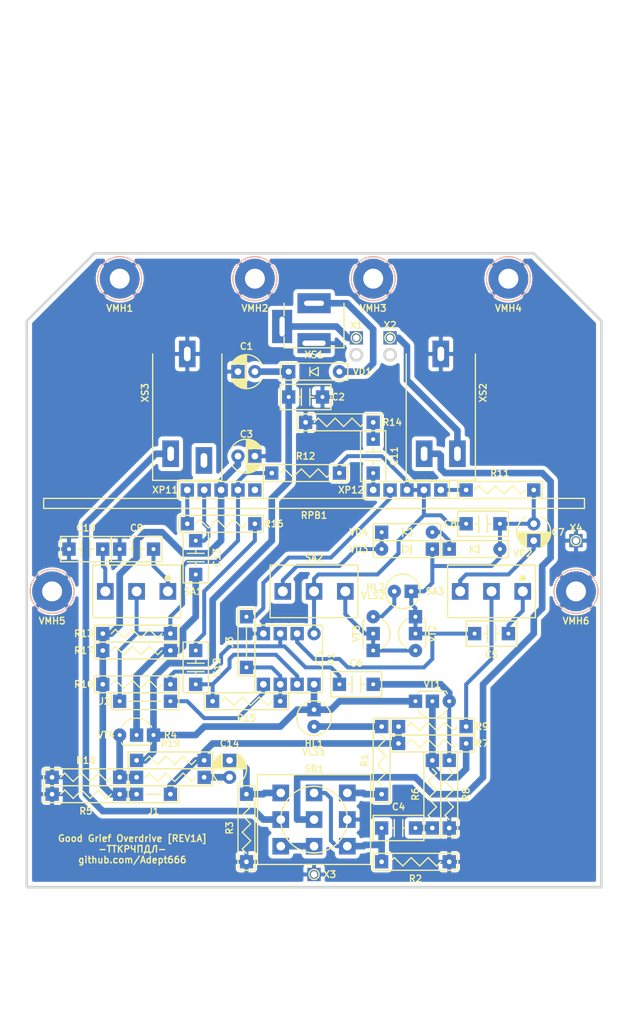
<source format=kicad_pcb>
(kicad_pcb (version 20171130) (host pcbnew 5.1.6-c6e7f7d~87~ubuntu19.10.1)
  (title_block (title "Good Grief Overdrive") (date 2021-06-23) (rev 1A) (company "Igor Ivanov") (comment 1 https://github.com/Adept666) (comment 2 "This project is licensed under GNU General Public License v3.0 or later"))
  (layers (0 F.Cu jumper) (31 B.Cu signal) (37 F.SilkS user) (38 B.Mask user) (44 Edge.Cuts user))
  (net 0 "")
  (net 1 COM)
  (net 2 "Net-(HL1-PadC)")
  (net 3 /LED)
  (net 4 "Net-(SB1-PadNC1)")
  (net 5 /IN-SCH)
  (net 6 /IN-CON)
  (net 7 /OUT-SCH)
  (net 8 /OUT-CON)
  (net 9 /PP3-POS)
  (net 10 /PP3-NEG)
  (net 11 V)
  (net 12 "Net-(XS3-PadTN)")
  (net 13 "Net-(VD1-PadA)")
  (net 14 "Net-(VD2-PadC)")
  (net 15 "Net-(HL2-PadC)")
  (net 16 "Net-(R6-Pad2)")
  (net 17 "Net-(R18-Pad2)")
  (net 18 "Net-(R16-Pad2)")
  (net 19 "Net-(C4-Pad2)")
  (net 20 "Net-(SA2-PadNO_2)")
  (net 21 "Net-(SA2-PadNO_1)")
  (net 22 "Net-(R9-Pad2)")
  (net 23 "Net-(R11-Pad2)")
  (net 24 "Net-(C5-Pad1)")
  (net 25 "Net-(C5-Pad2)")
  (net 26 "Net-(C6-Pad1)")
  (net 27 "Net-(C6-Pad2)")
  (net 28 "Net-(C7-Pad-)")
  (net 29 "Net-(C8-Pad2)")
  (net 30 "Net-(C9-Pad1)")
  (net 31 "Net-(C10-Pad1)")
  (net 32 "Net-(C11-Pad1)")
  (net 33 "Net-(C11-Pad2)")
  (net 34 "Net-(C12-Pad1)")
  (net 35 "Net-(C12-Pad2)")
  (net 36 "Net-(C13-Pad1)")
  (net 37 "Net-(C13-Pad2)")
  (net 38 "Net-(C14-Pad+)")
  (net 39 VREF)
  (net 40 /RP21)
  (net 41 /RP23)
  (module SBKCL:RPB-18-3x17 (layer F.Cu) (at 105.41 117.04)
    (fp_text reference RPB1 (at 0 15.04) (layer F.SilkS) (effects (font (thickness 0.2))))
    (fp_text value B100K-B5K-A500K)
    (fp_text user XP11 (at -20.32 11.23) (layer F.SilkS) (effects (font (thickness 0.2)) (justify right)))
    (fp_text user XP12 (at 7.62 11.23) (layer F.SilkS) (effects (font (thickness 0.2)) (justify right)))
    (pad 21 thru_hole rect (at -11.43 11.23) (size 2 2) (drill 1) (layers B.Cu B.Mask) (net 40 /RP21))
    (pad 13 thru_hole rect (at -19.05 11.23) (size 2 2) (drill 1) (layers B.Cu B.Mask) (net 18 "Net-(R16-Pad2)"))
    (pad 11 thru_hole rect (at -13.97 11.23) (size 2 2) (drill 1) (layers B.Cu B.Mask) (net 39 VREF))
    (pad 12 thru_hole rect (at -16.51 11.23) (size 2 2) (drill 1) (layers B.Cu B.Mask) (net 36 "Net-(C13-Pad1)"))
    (pad 22 thru_hole rect (at -8.89 11.23) (size 2 2) (drill 1) (layers B.Cu B.Mask) (net 32 "Net-(C11-Pad1)"))
    (pad 31 thru_hole rect (at 19.05 11.23) (size 2 2) (drill 1) (layers B.Cu B.Mask) (net 23 "Net-(R11-Pad2)"))
    (pad 32 thru_hole rect (at 16.51 11.23) (size 2 2) (drill 1) (layers B.Cu B.Mask) (net 29 "Net-(C8-Pad2)"))
    (pad 33 thru_hole rect (at 13.97 11.23) (size 2 2) (drill 1) (layers B.Cu B.Mask) (net 29 "Net-(C8-Pad2)"))
    (pad 23 thru_hole rect (at 11.43 11.23) (size 2 2) (drill 1) (layers B.Cu B.Mask) (net 41 /RP23))
    (pad 22 thru_hole rect (at 8.89 11.23) (size 2 2) (drill 1) (layers B.Cu B.Mask) (net 32 "Net-(C11-Pad1)"))
  )
  (module SBEL:1590BB_A1 (layer F.Cu) (at 105.41 148.59)
    (fp_text reference VE1 hide)
    (fp_text value 1590BB hide)
  )
  (module SBKCL:SW-MTS-103-A2-2.5 (layer F.Cu) (at 105.41 143.51 270)
    (fp_text reference SA2 (at -5.08 0) (layer F.SilkS) (effects (font (thickness 0.2))))
    (fp_text value MTS-103-A2)
    (pad NO_2 thru_hole rect (at 0 4.7 270) (size 2.5 2.5) (drill 1.5) (layers B.Cu B.Mask) (net 20 "Net-(SA2-PadNO_2)"))
    (pad COM thru_hole rect (at 0 0 270) (size 2.5 2.5) (drill 1.5) (layers B.Cu B.Mask) (net 29 "Net-(C8-Pad2)"))
    (pad NO_1 thru_hole rect (at 0 -4.7 270) (size 2.5 2.5) (drill 1.5) (layers B.Cu B.Mask) (net 21 "Net-(SA2-PadNO_1)"))
  )
  (module KCL:P-DIP-08 (layer F.Cu) (at 101.6 153.67 270)
    (fp_text reference D1 (at 0 -6.35 90) (layer F.SilkS) (effects (font (thickness 0.2))))
    (fp_text value 833)
    (pad 1 thru_hole circle (at -3.81 -3.81 270) (size 2 2) (drill 1) (layers *.Cu *.Mask) (net 29 "Net-(C8-Pad2)"))
    (pad 2 thru_hole rect (at -3.81 -1.27 270) (size 2 2) (drill 1) (layers *.Cu *.Mask) (net 24 "Net-(C5-Pad1)"))
    (pad 3 thru_hole rect (at -3.81 1.27 270) (size 2 2) (drill 1) (layers *.Cu *.Mask) (net 27 "Net-(C6-Pad2)"))
    (pad 4 thru_hole rect (at -3.81 3.81 270) (size 2 2) (drill 1) (layers *.Cu *.Mask) (net 1 COM))
    (pad 5 thru_hole rect (at 3.81 3.81 270) (size 2 2) (drill 1) (layers *.Cu *.Mask) (net 40 /RP21))
    (pad 6 thru_hole rect (at 3.81 1.27 270) (size 2 2) (drill 1) (layers *.Cu *.Mask) (net 41 /RP23))
    (pad 7 thru_hole rect (at 3.81 -1.27 270) (size 2 2) (drill 1) (layers *.Cu *.Mask) (net 34 "Net-(C12-Pad1)"))
    (pad 8 thru_hole rect (at 3.81 -3.81 270) (size 2 2) (drill 1) (layers *.Cu *.Mask) (net 11 V))
  )
  (module KCL:R-MFR-25 (layer F.Cu) (at 95.25 179.07 90)
    (fp_text reference R3 (at 0 -2.54 90) (layer F.SilkS) (effects (font (thickness 0.2))))
    (fp_text value 103)
    (pad 1 thru_hole rect (at -5.08 0 90) (size 2 2) (drill 0.7) (layers *.Cu *.Mask) (net 1 COM))
    (pad 2 thru_hole rect (at 5.08 0 90) (size 2 2) (drill 0.7) (layers *.Cu *.Mask) (net 7 /OUT-SCH))
  )
  (module KCL:R-MFR-25 (layer F.Cu) (at 120.65 184.15 180)
    (fp_text reference R2 (at 0 -2.54) (layer F.SilkS) (effects (font (thickness 0.2))))
    (fp_text value 105)
    (pad 1 thru_hole rect (at -5.08 0 180) (size 2 2) (drill 0.7) (layers *.Cu *.Mask) (net 1 COM))
    (pad 2 thru_hole rect (at 5.08 0 180) (size 2 2) (drill 0.7) (layers *.Cu *.Mask) (net 5 /IN-SCH))
  )
  (module KCL:R-MFR-25 (layer F.Cu) (at 115.57 168.91 90)
    (fp_text reference R1 (at 0 -2.54 90) (layer F.SilkS) (effects (font (thickness 0.2))))
    (fp_text value 103)
    (pad 1 thru_hole rect (at -5.08 0 90) (size 2 2) (drill 0.7) (layers *.Cu *.Mask) (net 3 /LED))
    (pad 2 thru_hole rect (at 5.08 0 90) (size 2 2) (drill 0.7) (layers *.Cu *.Mask) (net 2 "Net-(HL1-PadC)"))
  )
  (module KCL:CON-ST-008X-05 (layer F.Cu) (at 86.36 100.33 180)
    (fp_text reference XS3 (at 6.35 -13.335 270) (layer F.SilkS) (effects (font (thickness 0.2))))
    (fp_text value ST-008S-05)
    (pad S thru_hole rect (at 0 -7.5 180) (size 2.5 4) (drill oval 1 2.2) (layers B.Cu B.Mask) (net 1 COM))
    (pad T thru_hole rect (at 2.5 -22.5 180) (size 2.5 4) (drill oval 1 2.2) (layers B.Cu B.Mask) (net 8 /OUT-CON))
    (pad TN thru_hole rect (at -2.5 -23.5 180) (size 2.5 4) (drill oval 1 2.2) (layers B.Cu B.Mask) (net 12 "Net-(XS3-PadTN)"))
  )
  (module KCL:VLS-BR (layer F.Cu) (at 118.745 143.51)
    (fp_text reference VLS2 (at -2.54 0.635) (layer F.SilkS) (effects (font (thickness 0.2)) (justify right)))
    (fp_text value BR-12.7)
  )
  (module KCL:LED-ROUND-05.0-UNI-SH-SPACER (layer F.Cu) (at 118.745 143.51)
    (fp_text reference HL2 (at -2.54 -0.635) (layer F.SilkS) (effects (font (thickness 0.2)) (justify right)))
    (fp_text value FYL-5013URC)
    (pad C thru_hole circle (at -1.27 0) (size 2 2) (drill 0.7) (layers B.Cu B.Mask) (net 15 "Net-(HL2-PadC)"))
    (pad A thru_hole rect (at 1.27 0) (size 2 2) (drill 0.7) (layers B.Cu B.Mask) (net 24 "Net-(C5-Pad1)"))
  )
  (module SBKCL:SW-MTS-102-A2-2.5 (layer F.Cu) (at 132.08 143.51 270)
    (fp_text reference SA3 (at 0 6.985) (layer F.SilkS) (effects (font (thickness 0.2)) (justify right)))
    (fp_text value MTS-102-A2)
    (pad NO thru_hole rect (at 0 4.7 270) (size 2.5 2.5) (drill 1.5) (layers B.Cu B.Mask) (net 28 "Net-(C7-Pad-)"))
    (pad COM thru_hole rect (at 0 0 270) (size 2.5 2.5) (drill 1.5) (layers B.Cu B.Mask) (net 22 "Net-(R9-Pad2)"))
    (pad NC thru_hole rect (at 0 -4.7 270) (size 2.5 2.5) (drill 1.5) (layers B.Cu B.Mask) (net 25 "Net-(C5-Pad2)"))
  )
  (module SBKCL:SW-MTS-102-A2-2.5 (layer F.Cu) (at 78.74 143.51 270)
    (fp_text reference SA1 (at 0 -6.985) (layer F.SilkS) (effects (font (thickness 0.2)) (justify left)))
    (fp_text value MTS-102-A2)
    (pad NO thru_hole rect (at 0 4.7 270) (size 2.5 2.5) (drill 1.5) (layers B.Cu B.Mask) (net 31 "Net-(C10-Pad1)"))
    (pad COM thru_hole rect (at 0 0 270) (size 2.5 2.5) (drill 1.5) (layers B.Cu B.Mask) (net 40 /RP21))
    (pad NC thru_hole rect (at 0 -4.7 270) (size 2.5 2.5) (drill 1.5) (layers B.Cu B.Mask) (net 30 "Net-(C9-Pad1)"))
  )
  (module KCL:J-TH-d0.5-P07.62 (layer F.Cu) (at 80.01 160.02)
    (fp_text reference J2 (at -5.08 0) (layer F.SilkS) (effects (font (thickness 0.2)) (justify right)))
    (fp_text value 0.5)
    (pad J thru_hole rect (at -3.81 0) (size 2 2) (drill 0.6) (layers *.Cu *.Mask) (net 40 /RP21))
    (pad J thru_hole rect (at 3.81 0) (size 2 2) (drill 0.6) (layers *.Cu *.Mask) (net 40 /RP21))
  )
  (module KCL:VMH-STA-DA5 (layer F.Cu) (at 144.78 143.51)
    (fp_text reference VMH6 (at 0 4.445) (layer F.SilkS) (effects (font (thickness 0.2))))
    (fp_text value DI5M3x18)
    (pad 0 thru_hole circle (at 0 0) (size 6 6) (drill 3) (layers *.Cu *.Mask) (net 1 COM))
  )
  (module KCL:VMH-STA-DA5 (layer F.Cu) (at 66.04 143.51)
    (fp_text reference VMH5 (at 0 4.445) (layer F.SilkS) (effects (font (thickness 0.2))))
    (fp_text value DI5M3x18)
    (pad 0 thru_hole circle (at 0 0) (size 6 6) (drill 3) (layers *.Cu *.Mask) (net 1 COM))
  )
  (module KCL:VMH-STA-DA5 (layer F.Cu) (at 134.62 96.52)
    (fp_text reference VMH4 (at 0 4.445) (layer F.SilkS) (effects (font (thickness 0.2))))
    (fp_text value DI5M3x18)
    (pad 0 thru_hole circle (at 0 0) (size 6 6) (drill 3) (layers *.Cu *.Mask) (net 1 COM))
  )
  (module KCL:VMH-STA-DA5 (layer F.Cu) (at 114.3 96.52)
    (fp_text reference VMH3 (at 0 4.445) (layer F.SilkS) (effects (font (thickness 0.2))))
    (fp_text value DI5M3x18)
    (pad 0 thru_hole circle (at 0 0) (size 6 6) (drill 3) (layers *.Cu *.Mask) (net 1 COM))
  )
  (module KCL:VMH-STA-DA5 (layer F.Cu) (at 96.52 96.52)
    (fp_text reference VMH2 (at 0 4.445) (layer F.SilkS) (effects (font (thickness 0.2))))
    (fp_text value DI5M3x18)
    (pad 0 thru_hole circle (at 0 0) (size 6 6) (drill 3) (layers *.Cu *.Mask) (net 1 COM))
  )
  (module KCL:VMH-STA-DA5 (layer F.Cu) (at 76.2 96.52)
    (fp_text reference VMH1 (at 0 4.445) (layer F.SilkS) (effects (font (thickness 0.2))))
    (fp_text value DI5M3x18)
    (pad 0 thru_hole circle (at 0 0) (size 6 6) (drill 3) (layers *.Cu *.Mask) (net 1 COM))
  )
  (module KCL:R-MFR-25 (layer F.Cu) (at 91.44 133.35 180)
    (fp_text reference R16 (at -6.35 0) (layer F.SilkS) (effects (font (thickness 0.2)) (justify left)))
    (fp_text value 102)
    (pad 1 thru_hole rect (at -5.08 0 180) (size 2 2) (drill 0.7) (layers *.Cu *.Mask) (net 35 "Net-(C12-Pad2)"))
    (pad 2 thru_hole rect (at 5.08 0 180) (size 2 2) (drill 0.7) (layers *.Cu *.Mask) (net 18 "Net-(R16-Pad2)"))
  )
  (module KCL:CON-ST-008X-04 (layer F.Cu) (at 124.46 100.33 180)
    (fp_text reference XS2 (at -6.35 -13.335 270) (layer F.SilkS) (effects (font (thickness 0.2))))
    (fp_text value ST-008S-04)
    (pad S thru_hole rect (at 0 -7.5 180) (size 2.5 4) (drill oval 1 2.2) (layers B.Cu B.Mask) (net 1 COM))
    (pad T thru_hole rect (at 2.5 -22.5 180) (size 2.5 4) (drill oval 1 2.2) (layers B.Cu B.Mask) (net 6 /IN-CON))
    (pad R thru_hole rect (at -2.5 -22.5 180) (size 2.5 4) (drill oval 1 2.2) (layers B.Cu B.Mask) (net 10 /PP3-NEG))
  )
  (module KCL:CON-PAD-S-1.0-2.0 (layer F.Cu) (at 144.78 135.89)
    (fp_text reference X4 (at 0 -1.905) (layer F.SilkS) (effects (font (thickness 0.2))))
    (fp_text value COM)
    (pad 1 thru_hole rect (at 0 0) (size 2 2) (drill 1) (layers B.Cu B.Mask) (net 1 COM))
  )
  (module KCL:J-TH-d0.5-P07.62 (layer F.Cu) (at 95.25 151.13 90)
    (fp_text reference J3 (at 0 -2.54 90) (layer F.SilkS) (effects (font (thickness 0.2))))
    (fp_text value 0.5)
    (pad J thru_hole rect (at -3.81 0 90) (size 2 2) (drill 0.6) (layers *.Cu *.Mask) (net 41 /RP23))
    (pad J thru_hole rect (at 3.81 0 90) (size 2 2) (drill 0.6) (layers *.Cu *.Mask) (net 41 /RP23))
  )
  (module KCL:J-TH-d0.6-P05.08 (layer F.Cu) (at 81.28 173.99)
    (fp_text reference J1 (at 0 2.54) (layer F.SilkS) (effects (font (thickness 0.2))))
    (fp_text value 0.6)
    (pad J thru_hole rect (at -2.54 0) (size 2 2) (drill 0.7) (layers *.Cu *.Mask) (net 39 VREF))
    (pad J thru_hole rect (at 2.54 0) (size 2 2) (drill 0.7) (layers *.Cu *.Mask) (net 39 VREF))
  )
  (module KCL:R-MFR-25 (layer F.Cu) (at 78.74 149.86 180)
    (fp_text reference R13 (at 6.35 0) (layer F.SilkS) (effects (font (thickness 0.2)) (justify right)))
    (fp_text value 103)
    (pad 1 thru_hole rect (at -5.08 0 180) (size 2 2) (drill 0.7) (layers *.Cu *.Mask) (net 40 /RP21))
    (pad 2 thru_hole rect (at 5.08 0 180) (size 2 2) (drill 0.7) (layers *.Cu *.Mask) (net 39 VREF))
  )
  (module KCL:R-MFR-25 (layer F.Cu) (at 95.25 160.02 180)
    (fp_text reference R15 (at 0 -2.54) (layer F.SilkS) (effects (font (thickness 0.2))))
    (fp_text value 102)
    (pad 1 thru_hole rect (at -5.08 0 180) (size 2 2) (drill 0.7) (layers *.Cu *.Mask) (net 41 /RP23))
    (pad 2 thru_hole rect (at 5.08 0 180) (size 2 2) (drill 0.7) (layers *.Cu *.Mask) (net 34 "Net-(C12-Pad1)"))
  )
  (module KCL:SW-PBS-24-302SP-small (layer F.Cu) (at 105.41 177.8)
    (fp_text reference SB1 (at 0 -7.62) (layer F.SilkS) (effects (font (thickness 0.2))))
    (fp_text value PBS-24-302SP)
    (pad COM3 thru_hole rect (at 5 0) (size 2.5 2.5) (drill 1.3) (layers B.Cu B.Mask) (net 1 COM))
    (pad NC3 thru_hole rect (at 5 4) (size 2.5 2.5) (drill 1.3) (layers B.Cu B.Mask) (net 5 /IN-SCH))
    (pad NO3 thru_hole rect (at 5 -4) (size 2.5 2.5) (drill 1.3) (layers B.Cu B.Mask) (net 3 /LED))
    (pad COM2 thru_hole rect (at 0 0) (size 2.5 2.5) (drill 1.3) (layers B.Cu B.Mask) (net 6 /IN-CON))
    (pad NC2 thru_hole rect (at 0 4) (size 2.5 2.5) (drill 1.3) (layers B.Cu B.Mask) (net 4 "Net-(SB1-PadNC1)"))
    (pad NO2 thru_hole rect (at 0 -4) (size 2.5 2.5) (drill 1.3) (layers B.Cu B.Mask) (net 5 /IN-SCH))
    (pad NO1 thru_hole rect (at -5 -4) (size 2.5 2.5) (drill 1.3) (layers B.Cu B.Mask) (net 7 /OUT-SCH))
    (pad COM1 thru_hole rect (at -5 0) (size 2.5 2.5) (drill 1.3) (layers B.Cu B.Mask) (net 8 /OUT-CON))
    (pad NC1 thru_hole rect (at -5 4) (size 2.5 2.5) (drill 1.3) (layers B.Cu B.Mask) (net 4 "Net-(SB1-PadNC1)"))
  )
  (module KCL:R-MFR-25 (layer F.Cu) (at 109.22 118.11)
    (fp_text reference R14 (at 6.35 0) (layer F.SilkS) (effects (font (thickness 0.2)) (justify left)))
    (fp_text value 331)
    (pad 1 thru_hole rect (at -5.08 0) (size 2 2) (drill 0.7) (layers *.Cu *.Mask) (net 1 COM))
    (pad 2 thru_hole rect (at 5.08 0) (size 2 2) (drill 0.7) (layers *.Cu *.Mask) (net 33 "Net-(C11-Pad2)"))
  )
  (module KCL:CP-RADIAL-D05.0-P02.0-CLS (layer F.Cu) (at 95.25 123.19)
    (fp_text reference C3 (at 0 -3.302) (layer F.SilkS) (effects (font (thickness 0.2))))
    (fp_text value 476)
    (pad + thru_hole circle (at -1.27 0) (size 2 2) (drill 1) (layers B.Cu B.Mask) (net 39 VREF))
    (pad - thru_hole rect (at 1.27 0) (size 2 2) (drill 1) (layers B.Cu B.Mask) (net 1 COM))
  )
  (module KCL:R-MFR-25 (layer F.Cu) (at 83.82 171.45)
    (fp_text reference R19 (at 0 -5.08) (layer F.SilkS) (effects (font (thickness 0.2))))
    (fp_text value 101)
    (pad 1 thru_hole rect (at -5.08 0) (size 2 2) (drill 0.7) (layers *.Cu *.Mask) (net 17 "Net-(R18-Pad2)"))
    (pad 2 thru_hole rect (at 5.08 0) (size 2 2) (drill 0.7) (layers *.Cu *.Mask) (net 38 "Net-(C14-Pad+)"))
  )
  (module KCL:R-MFR-25 (layer F.Cu) (at 123.19 163.83)
    (fp_text reference R9 (at 6.35 0) (layer F.SilkS) (effects (font (thickness 0.2)) (justify left)))
    (fp_text value 102)
    (pad 1 thru_hole rect (at -5.08 0) (size 2 2) (drill 0.7) (layers *.Cu *.Mask) (net 39 VREF))
    (pad 2 thru_hole rect (at 5.08 0) (size 2 2) (drill 0.7) (layers *.Cu *.Mask) (net 22 "Net-(R9-Pad2)"))
  )
  (module KCL:R-MFR-25 (layer F.Cu) (at 133.35 128.27 180)
    (fp_text reference R11 (at 0 2.54) (layer F.SilkS) (effects (font (thickness 0.2))))
    (fp_text value 223)
    (pad 1 thru_hole rect (at -5.08 0 180) (size 2 2) (drill 0.7) (layers *.Cu *.Mask) (net 24 "Net-(C5-Pad1)"))
    (pad 2 thru_hole rect (at 5.08 0 180) (size 2 2) (drill 0.7) (layers *.Cu *.Mask) (net 23 "Net-(R11-Pad2)"))
  )
  (module KCL:C-DISK-D04.2-T03.0-P05.08-d0.5 (layer F.Cu) (at 114.3 123.19 90)
    (fp_text reference C11 (at 0 3.175 90) (layer F.SilkS) (effects (font (thickness 0.2))))
    (fp_text value 334)
    (pad 1 thru_hole rect (at -2.54 0 90) (size 2 2) (drill 0.6) (layers *.Cu *.Mask) (net 32 "Net-(C11-Pad1)"))
    (pad 2 thru_hole rect (at 2.54 0 90) (size 2 2) (drill 0.6) (layers *.Cu *.Mask) (net 33 "Net-(C11-Pad2)"))
  )
  (module KCL:C-DISK-D04.2-T03.0-P05.08-d0.5 (layer F.Cu) (at 132.08 149.86)
    (fp_text reference C5 (at 0 3.175) (layer F.SilkS) (effects (font (thickness 0.2))))
    (fp_text value 224)
    (pad 1 thru_hole rect (at -2.54 0) (size 2 2) (drill 0.6) (layers *.Cu *.Mask) (net 24 "Net-(C5-Pad1)"))
    (pad 2 thru_hole rect (at 2.54 0) (size 2 2) (drill 0.6) (layers *.Cu *.Mask) (net 25 "Net-(C5-Pad2)"))
  )
  (module KCL:P-TO-92-S-G-D (layer F.Cu) (at 120.65 149.86 90)
    (fp_text reference VT2 (at 0 2.54 90) (layer F.SilkS) (effects (font (thickness 0.2))))
    (fp_text value 7000)
    (pad D thru_hole rect (at 2.54 0 90) (size 2 2) (drill 0.6) (layers *.Cu *.Mask) (net 24 "Net-(C5-Pad1)"))
    (pad G thru_hole rect (at 0 0 90) (size 2 2) (drill 0.6) (layers *.Cu *.Mask) (net 24 "Net-(C5-Pad1)"))
    (pad S thru_hole circle (at -2.54 0 90) (size 2 2) (drill 0.6) (layers *.Cu *.Mask) (net 21 "Net-(SA2-PadNO_1)"))
  )
  (module KCL:P-TO-92-S-G-D (layer F.Cu) (at 114.3 149.86 270)
    (fp_text reference VT3 (at 0 2.54 90) (layer F.SilkS) (effects (font (thickness 0.2))))
    (fp_text value 7000)
    (pad D thru_hole rect (at 2.54 0 270) (size 2 2) (drill 0.6) (layers *.Cu *.Mask) (net 21 "Net-(SA2-PadNO_1)"))
    (pad G thru_hole rect (at 0 0 270) (size 2 2) (drill 0.6) (layers *.Cu *.Mask) (net 21 "Net-(SA2-PadNO_1)"))
    (pad S thru_hole circle (at -2.54 0 270) (size 2 2) (drill 0.6) (layers *.Cu *.Mask) (net 15 "Net-(HL2-PadC)"))
  )
  (module KCL:P-TO-92-E-B-C (layer F.Cu) (at 78.74 165.1)
    (fp_text reference VT4 (at -3.175 0) (layer F.SilkS) (effects (font (thickness 0.2)) (justify right)))
    (fp_text value MPSA18)
    (pad C thru_hole rect (at 2.54 0) (size 2 2) (drill 0.6) (layers *.Cu *.Mask) (net 11 V))
    (pad B thru_hole rect (at 0 0) (size 2 2) (drill 0.6) (layers *.Cu *.Mask) (net 37 "Net-(C13-Pad2)"))
    (pad E thru_hole circle (at -2.54 0) (size 2 2) (drill 0.6) (layers *.Cu *.Mask) (net 17 "Net-(R18-Pad2)"))
  )
  (module KCL:P-TO-92-E-B-C (layer F.Cu) (at 123.19 160.02 180)
    (fp_text reference VT1 (at 0 2.54) (layer F.SilkS) (effects (font (thickness 0.2))))
    (fp_text value MPSA18)
    (pad C thru_hole rect (at 2.54 0 180) (size 2 2) (drill 0.6) (layers *.Cu *.Mask) (net 11 V))
    (pad B thru_hole rect (at 0 0 180) (size 2 2) (drill 0.6) (layers *.Cu *.Mask) (net 16 "Net-(R6-Pad2)"))
    (pad E thru_hole circle (at -2.54 0 180) (size 2 2) (drill 0.6) (layers *.Cu *.Mask) (net 26 "Net-(C6-Pad1)"))
  )
  (module KCL:P-DO-35 (layer F.Cu) (at 129.54 137.16 180)
    (fp_text reference VD2 (at -5.715 -0.635) (layer F.SilkS) (effects (font (thickness 0.2)) (justify left)))
    (fp_text value 4148)
    (pad A thru_hole circle (at -3.81 0 180) (size 2 2) (drill 0.6) (layers *.Cu *.Mask) (net 24 "Net-(C5-Pad1)"))
    (pad C thru_hole rect (at 3.81 0 180) (size 2 2) (drill 0.6) (layers *.Cu *.Mask) (net 14 "Net-(VD2-PadC)"))
  )
  (module KCL:P-DO-35 (layer F.Cu) (at 119.38 134.62 180)
    (fp_text reference VD4 (at 5.715 0) (layer F.SilkS) (effects (font (thickness 0.2)) (justify right)))
    (fp_text value 4148)
    (pad A thru_hole circle (at -3.81 0 180) (size 2 2) (drill 0.6) (layers *.Cu *.Mask) (net 14 "Net-(VD2-PadC)"))
    (pad C thru_hole rect (at 3.81 0 180) (size 2 2) (drill 0.6) (layers *.Cu *.Mask) (net 20 "Net-(SA2-PadNO_2)"))
  )
  (module KCL:P-DO-35 (layer F.Cu) (at 119.38 137.16)
    (fp_text reference VD3 (at -5.715 0) (layer F.SilkS) (effects (font (thickness 0.2)) (justify right)))
    (fp_text value 4148)
    (pad A thru_hole circle (at -3.81 0) (size 2 2) (drill 0.6) (layers *.Cu *.Mask) (net 20 "Net-(SA2-PadNO_2)"))
    (pad C thru_hole rect (at 3.81 0) (size 2 2) (drill 0.6) (layers *.Cu *.Mask) (net 24 "Net-(C5-Pad1)"))
  )
  (module KCL:R-MFR-25 (layer F.Cu) (at 71.12 171.45)
    (fp_text reference R18 (at 0 -2.54) (layer F.SilkS) (effects (font (thickness 0.2))))
    (fp_text value 103)
    (pad 1 thru_hole rect (at -5.08 0) (size 2 2) (drill 0.7) (layers *.Cu *.Mask) (net 1 COM))
    (pad 2 thru_hole rect (at 5.08 0) (size 2 2) (drill 0.7) (layers *.Cu *.Mask) (net 17 "Net-(R18-Pad2)"))
  )
  (module KCL:R-MFR-25 (layer F.Cu) (at 78.74 152.4)
    (fp_text reference R17 (at -6.35 0) (layer F.SilkS) (effects (font (thickness 0.2)) (justify right)))
    (fp_text value 564)
    (pad 1 thru_hole rect (at -5.08 0) (size 2 2) (drill 0.7) (layers *.Cu *.Mask) (net 39 VREF))
    (pad 2 thru_hole rect (at 5.08 0) (size 2 2) (drill 0.7) (layers *.Cu *.Mask) (net 37 "Net-(C13-Pad2)"))
  )
  (module KCL:R-MFR-25 (layer F.Cu) (at 104.14 125.73 180)
    (fp_text reference R12 (at 0 2.54) (layer F.SilkS) (effects (font (thickness 0.2))))
    (fp_text value 102)
    (pad 1 thru_hole rect (at -5.08 0 180) (size 2 2) (drill 0.7) (layers *.Cu *.Mask) (net 29 "Net-(C8-Pad2)"))
    (pad 2 thru_hole rect (at 5.08 0 180) (size 2 2) (drill 0.7) (layers *.Cu *.Mask) (net 40 /RP21))
  )
  (module KCL:R-MFR-25 (layer F.Cu) (at 78.74 157.48)
    (fp_text reference R10 (at -6.35 0) (layer F.SilkS) (effects (font (thickness 0.2)) (justify right)))
    (fp_text value 223)
    (pad 1 thru_hole rect (at -5.08 0) (size 2 2) (drill 0.7) (layers *.Cu *.Mask) (net 39 VREF))
    (pad 2 thru_hole rect (at 5.08 0) (size 2 2) (drill 0.7) (layers *.Cu *.Mask) (net 27 "Net-(C6-Pad2)"))
  )
  (module KCL:R-MFR-25 (layer F.Cu) (at 125.73 173.99 90)
    (fp_text reference R8 (at 0 2.54 90) (layer F.SilkS) (effects (font (thickness 0.2))))
    (fp_text value 103)
    (pad 1 thru_hole rect (at -5.08 0 90) (size 2 2) (drill 0.7) (layers *.Cu *.Mask) (net 1 COM))
    (pad 2 thru_hole rect (at 5.08 0 90) (size 2 2) (drill 0.7) (layers *.Cu *.Mask) (net 26 "Net-(C6-Pad1)"))
  )
  (module KCL:R-MFR-25 (layer F.Cu) (at 123.19 166.37)
    (fp_text reference R7 (at 6.35 0) (layer F.SilkS) (effects (font (thickness 0.2)) (justify left)))
    (fp_text value 564)
    (pad 1 thru_hole rect (at -5.08 0) (size 2 2) (drill 0.7) (layers *.Cu *.Mask) (net 39 VREF))
    (pad 2 thru_hole rect (at 5.08 0) (size 2 2) (drill 0.7) (layers *.Cu *.Mask) (net 16 "Net-(R6-Pad2)"))
  )
  (module KCL:R-MFR-25 (layer F.Cu) (at 123.19 173.99 90)
    (fp_text reference R6 (at 0 -2.54 90) (layer F.SilkS) (effects (font (thickness 0.2))))
    (fp_text value 102)
    (pad 1 thru_hole rect (at -5.08 0 90) (size 2 2) (drill 0.7) (layers *.Cu *.Mask) (net 19 "Net-(C4-Pad2)"))
    (pad 2 thru_hole rect (at 5.08 0 90) (size 2 2) (drill 0.7) (layers *.Cu *.Mask) (net 16 "Net-(R6-Pad2)"))
  )
  (module KCL:C-DISK-D04.2-T03.0-P05.08-d0.5 (layer F.Cu) (at 78.74 137.16 180)
    (fp_text reference C9 (at 0 3.175) (layer F.SilkS) (effects (font (thickness 0.2))))
    (fp_text value 154)
    (pad 1 thru_hole rect (at -2.54 0 180) (size 2 2) (drill 0.6) (layers *.Cu *.Mask) (net 30 "Net-(C9-Pad1)"))
    (pad 2 thru_hole rect (at 2.54 0 180) (size 2 2) (drill 0.6) (layers *.Cu *.Mask) (net 1 COM))
  )
  (module KCL:CP-RADIAL-D05.0-P02.0-CLS (layer F.Cu) (at 138.43 134.62 270)
    (fp_text reference C7 (at 0 -2.54) (layer F.SilkS) (effects (font (thickness 0.2)) (justify left)))
    (fp_text value 106)
    (pad + thru_hole circle (at -1.27 0 270) (size 2 2) (drill 1) (layers B.Cu B.Mask) (net 24 "Net-(C5-Pad1)"))
    (pad - thru_hole rect (at 1.27 0 270) (size 2 2) (drill 1) (layers B.Cu B.Mask) (net 28 "Net-(C7-Pad-)"))
  )
  (module KCL:CP-RADIAL-D05.0-P02.0-CLS (layer F.Cu) (at 92.71 170.18 90)
    (fp_text reference C14 (at 3.81 0 180) (layer F.SilkS) (effects (font (thickness 0.2))))
    (fp_text value 106)
    (pad + thru_hole circle (at -1.27 0 90) (size 2 2) (drill 1) (layers B.Cu B.Mask) (net 38 "Net-(C14-Pad+)"))
    (pad - thru_hole rect (at 1.27 0 90) (size 2 2) (drill 1) (layers B.Cu B.Mask) (net 7 /OUT-SCH))
  )
  (module KCL:C-DISK-D04.2-T03.0-P05.08-d0.5 (layer F.Cu) (at 87.63 138.43 270)
    (fp_text reference C13 (at 0 -3.175 90) (layer F.SilkS) (effects (font (thickness 0.2))))
    (fp_text value 104)
    (pad 1 thru_hole rect (at -2.54 0 270) (size 2 2) (drill 0.6) (layers *.Cu *.Mask) (net 36 "Net-(C13-Pad1)"))
    (pad 2 thru_hole rect (at 2.54 0 270) (size 2 2) (drill 0.6) (layers *.Cu *.Mask) (net 37 "Net-(C13-Pad2)"))
  )
  (module KCL:C-DISK-D04.2-T03.0-P05.08-d0.5 (layer F.Cu) (at 87.63 154.94 90)
    (fp_text reference C12 (at 0 3.175 90) (layer F.SilkS) (effects (font (thickness 0.2))))
    (fp_text value 105)
    (pad 1 thru_hole rect (at -2.54 0 90) (size 2 2) (drill 0.6) (layers *.Cu *.Mask) (net 34 "Net-(C12-Pad1)"))
    (pad 2 thru_hole rect (at 2.54 0 90) (size 2 2) (drill 0.6) (layers *.Cu *.Mask) (net 35 "Net-(C12-Pad2)"))
  )
  (module KCL:C-DISK-D04.2-T03.0-P05.08-d0.5 (layer F.Cu) (at 71.12 137.16 180)
    (fp_text reference C10 (at 0 3.175) (layer F.SilkS) (effects (font (thickness 0.2))))
    (fp_text value 683)
    (pad 1 thru_hole rect (at -2.54 0 180) (size 2 2) (drill 0.6) (layers *.Cu *.Mask) (net 31 "Net-(C10-Pad1)"))
    (pad 2 thru_hole rect (at 2.54 0 180) (size 2 2) (drill 0.6) (layers *.Cu *.Mask) (net 1 COM))
  )
  (module KCL:C-DISK-D04.2-T03.0-P05.08-d0.5 (layer F.Cu) (at 130.81 133.35 180)
    (fp_text reference C8 (at 3.81 0) (layer F.SilkS) (effects (font (thickness 0.2)) (justify right)))
    (fp_text value 470)
    (pad 1 thru_hole rect (at -2.54 0 180) (size 2 2) (drill 0.6) (layers *.Cu *.Mask) (net 24 "Net-(C5-Pad1)"))
    (pad 2 thru_hole rect (at 2.54 0 180) (size 2 2) (drill 0.6) (layers *.Cu *.Mask) (net 29 "Net-(C8-Pad2)"))
  )
  (module KCL:C-DISK-D04.2-T03.0-P05.08-d0.5 (layer F.Cu) (at 111.76 157.48 180)
    (fp_text reference C6 (at 0 3.175) (layer F.SilkS) (effects (font (thickness 0.2))))
    (fp_text value 105)
    (pad 1 thru_hole rect (at -2.54 0 180) (size 2 2) (drill 0.6) (layers *.Cu *.Mask) (net 26 "Net-(C6-Pad1)"))
    (pad 2 thru_hole rect (at 2.54 0 180) (size 2 2) (drill 0.6) (layers *.Cu *.Mask) (net 27 "Net-(C6-Pad2)"))
  )
  (module KCL:C-DISK-D04.2-T03.0-P05.08-d0.5 (layer F.Cu) (at 118.11 179.07)
    (fp_text reference C4 (at 0 -3.175) (layer F.SilkS) (effects (font (thickness 0.2))))
    (fp_text value 104)
    (pad 1 thru_hole rect (at -2.54 0) (size 2 2) (drill 0.6) (layers *.Cu *.Mask) (net 5 /IN-SCH))
    (pad 2 thru_hole rect (at 2.54 0) (size 2 2) (drill 0.6) (layers *.Cu *.Mask) (net 19 "Net-(C4-Pad2)"))
  )
  (module KCL:CON-DC-005 (layer F.Cu) (at 105.41 92.71 180)
    (fp_text reference XS1 (at 0 -15.24) (layer F.SilkS) (effects (font (thickness 0.2))))
    (fp_text value DC-005)
    (pad C thru_hole rect (at 0 -13.5 180) (size 5 3) (drill oval 3.5 0.8) (layers B.Cu B.Mask) (net 1 COM))
    (pad SN thru_hole rect (at 4.8 -11 180) (size 3 5) (drill oval 0.8 3) (layers B.Cu B.Mask) (net 9 /PP3-POS))
    (pad S thru_hole rect (at 0 -7.5 180) (size 5 3) (drill oval 3 0.8) (layers B.Cu B.Mask) (net 13 "Net-(VD1-PadA)"))
  )
  (module KCL:P-DO-41 (layer F.Cu) (at 105.41 110.49 180)
    (fp_text reference VD1 (at -5.715 0 180) (layer F.SilkS) (effects (font (thickness 0.2)) (justify left)))
    (fp_text value 5817)
    (pad A thru_hole circle (at -3.81 0 180) (size 2 2) (drill 0.9) (layers *.Cu *.Mask) (net 13 "Net-(VD1-PadA)"))
    (pad C thru_hole rect (at 3.81 0 180) (size 2 2) (drill 0.9) (layers *.Cu *.Mask) (net 11 V))
  )
  (module KCL:CP-RADIAL-D05.0-P02.0-CLS (layer F.Cu) (at 95.25 110.49 180)
    (fp_text reference C1 (at 0 3.81 180) (layer F.SilkS) (effects (font (thickness 0.2))))
    (fp_text value 476)
    (pad + thru_hole circle (at -1.27 0 180) (size 2 2) (drill 1) (layers B.Cu B.Mask) (net 11 V))
    (pad - thru_hole rect (at 1.27 0 180) (size 2 2) (drill 1) (layers B.Cu B.Mask) (net 1 COM))
  )
  (module KCL:CON-PAD-S-1.0-2.0 (layer F.Cu) (at 105.41 186.055)
    (fp_text reference X3 (at 1.27 0) (layer F.SilkS) (effects (font (thickness 0.2)) (justify left)))
    (fp_text value COM)
    (pad 1 thru_hole rect (at 0 0) (size 2 2) (drill 1) (layers B.Cu B.Mask) (net 1 COM))
  )
  (module KCL:R-MFR-25 (layer F.Cu) (at 71.12 173.99)
    (fp_text reference R5 (at 0 2.54) (layer F.SilkS) (effects (font (thickness 0.2))))
    (fp_text value 103)
    (pad 1 thru_hole rect (at -5.08 0) (size 2 2) (drill 0.7) (layers *.Cu *.Mask) (net 1 COM))
    (pad 2 thru_hole rect (at 5.08 0) (size 2 2) (drill 0.7) (layers *.Cu *.Mask) (net 39 VREF))
  )
  (module KCL:R-MFR-25 (layer F.Cu) (at 83.82 168.91 180)
    (fp_text reference R4 (at 0 3.81) (layer F.SilkS) (effects (font (thickness 0.2))))
    (fp_text value 103)
    (pad 1 thru_hole rect (at -5.08 0 180) (size 2 2) (drill 0.7) (layers *.Cu *.Mask) (net 39 VREF))
    (pad 2 thru_hole rect (at 5.08 0 180) (size 2 2) (drill 0.7) (layers *.Cu *.Mask) (net 11 V))
  )
  (module KCL:C-DISK-D04.2-T03.0-P05.08-d0.5 (layer F.Cu) (at 104.14 114.3)
    (fp_text reference C2 (at 3.81 0 180) (layer F.SilkS) (effects (font (thickness 0.2)) (justify left)))
    (fp_text value 104)
    (pad 1 thru_hole rect (at -2.54 0) (size 2 2) (drill 0.6) (layers *.Cu *.Mask) (net 11 V))
    (pad 2 thru_hole rect (at 2.54 0) (size 2 2) (drill 0.6) (layers *.Cu *.Mask) (net 1 COM))
  )
  (module KCL:B-PP3-HV (layer F.Cu) (at 105.41 196.85)
    (fp_text reference GB1 hide)
    (fp_text value PP3 hide)
  )
  (module KCL:CON-PAD-S-1.0-2.0 (layer F.Cu) (at 116.84 105.41)
    (fp_text reference X2 (at 0 -1.905) (layer F.SilkS) (effects (font (thickness 0.2))))
    (fp_text value -)
    (pad 1 thru_hole rect (at 0 0) (size 2 2) (drill 1) (layers B.Cu B.Mask) (net 10 /PP3-NEG))
  )
  (module KCL:VLS-BR (layer F.Cu) (at 105.41 162.56)
    (fp_text reference VLS1 (at 0 5.08) (layer F.SilkS) (effects (font (thickness 0.2))))
    (fp_text value BR-12.7)
  )
  (module KCL:LED-ROUND-05.0-UNI-SH-SPACER (layer F.Cu) (at 105.41 162.56 90)
    (fp_text reference HL1 (at -3.81 0 180) (layer F.SilkS) (effects (font (thickness 0.2))))
    (fp_text value FYL-5013UWC)
    (pad C thru_hole circle (at -1.27 0 90) (size 2 2) (drill 0.7) (layers B.Cu B.Mask) (net 2 "Net-(HL1-PadC)"))
    (pad A thru_hole rect (at 1.27 0 90) (size 2 2) (drill 0.7) (layers B.Cu B.Mask) (net 11 V))
  )
  (module KCL:CON-PAD-S-1.0-2.0 (layer F.Cu) (at 111.76 105.41)
    (fp_text reference X1 (at 0 -1.905) (layer F.SilkS) (effects (font (thickness 0.2))))
    (fp_text value +)
    (pad 1 thru_hole rect (at 0 0) (size 2 2) (drill 1) (layers B.Cu B.Mask) (net 9 /PP3-POS))
  )
  (gr_line (start 138.43 92.71) (end 148.59 102.87) (layer Edge.Cuts) (width 0.4))
  (gr_line (start 62.23 102.87) (end 72.39 92.71) (layer Edge.Cuts) (width 0.4))
  (gr_line (start 148.59 102.87) (end 148.59 187.96) (layer Edge.Cuts) (width 0.4))
  (gr_line (start 62.23 102.87) (end 62.23 187.96) (layer Edge.Cuts) (width 0.4))
  (gr_circle (center 116.84 107.95) (end 117.69 107.95) (layer Edge.Cuts) (width 0.4))
  (gr_circle (center 111.76 107.95) (end 112.61 107.95) (layer Edge.Cuts) (width 0.4))
  (gr_text "Good Grief Overdrive [REV1A]\n-ТТКРЧПДЛ-\ngithub.com/Adept666" (at 78.105 182.245) (layer F.SilkS) (effects (font (size 1 1) (thickness 0.2))))
  (gr_line (start 62.23 187.96) (end 148.59 187.96) (layer Edge.Cuts) (width 0.4))
  (gr_line (start 72.39 92.71) (end 138.43 92.71) (layer Edge.Cuts) (width 0.4))
  (segment (start 105.41 163.83) (end 115.57 163.83) (width 1) (layer B.Cu) (net 2))
  (segment (start 110.41 173.8) (end 112.84 173.8) (width 1) (layer B.Cu) (net 3))
  (segment (start 112.84 173.8) (end 113.03 173.99) (width 1) (layer B.Cu) (net 3))
  (segment (start 113.03 173.99) (end 115.57 173.99) (width 1) (layer B.Cu) (net 3))
  (segment (start 100.41 181.8) (end 105.41 181.8) (width 1) (layer B.Cu) (net 4))
  (segment (start 107.95 174.625) (end 107.95 180.975) (width 0.6) (layer B.Cu) (net 5))
  (segment (start 107.125 173.8) (end 107.95 174.625) (width 0.6) (layer B.Cu) (net 5))
  (segment (start 105.41 173.8) (end 107.125 173.8) (width 0.6) (layer B.Cu) (net 5))
  (segment (start 108.775 181.8) (end 107.95 180.975) (width 0.6) (layer B.Cu) (net 5))
  (segment (start 110.41 181.8) (end 108.775 181.8) (width 0.6) (layer B.Cu) (net 5))
  (segment (start 115.57 181.61) (end 115.57 184.15) (width 1) (layer B.Cu) (net 5))
  (segment (start 115.57 179.07) (end 115.57 181.61) (width 1) (layer B.Cu) (net 5))
  (segment (start 110.41 181.8) (end 112.84 181.8) (width 1) (layer B.Cu) (net 5))
  (segment (start 113.03 181.61) (end 115.57 181.61) (width 1) (layer B.Cu) (net 5))
  (segment (start 112.84 181.8) (end 113.03 181.61) (width 1) (layer B.Cu) (net 5))
  (segment (start 140.97 127) (end 139.7 125.73) (width 1) (layer B.Cu) (net 6))
  (segment (start 124.46 125.095) (end 124.46 123.08) (width 1) (layer B.Cu) (net 6))
  (segment (start 123.19 173.99) (end 128.27 173.99) (width 1) (layer B.Cu) (net 6))
  (segment (start 125.095 125.73) (end 124.46 125.095) (width 1) (layer B.Cu) (net 6))
  (segment (start 139.7 125.73) (end 125.095 125.73) (width 1) (layer B.Cu) (net 6))
  (segment (start 120.65 171.45) (end 123.19 173.99) (width 1) (layer B.Cu) (net 6))
  (segment (start 102.87 171.45) (end 120.65 171.45) (width 1) (layer B.Cu) (net 6))
  (segment (start 102.87 177.8) (end 102.87 171.45) (width 1) (layer B.Cu) (net 6))
  (segment (start 139.7 139.7) (end 140.97 138.43) (width 1) (layer B.Cu) (net 6))
  (segment (start 140.97 138.43) (end 140.97 127) (width 1) (layer B.Cu) (net 6))
  (segment (start 105.41 177.8) (end 102.87 177.8) (width 1) (layer B.Cu) (net 6))
  (segment (start 124.46 123.08) (end 124.21 122.83) (width 1) (layer B.Cu) (net 6))
  (segment (start 124.21 122.83) (end 121.96 122.83) (width 1) (layer B.Cu) (net 6))
  (segment (start 138.43 147.32) (end 139.7 146.05) (width 1) (layer B.Cu) (net 6))
  (segment (start 139.7 146.05) (end 139.7 139.7) (width 1) (layer B.Cu) (net 6))
  (segment (start 130.81 157.48) (end 138.43 149.86) (width 1) (layer B.Cu) (net 6))
  (segment (start 130.81 171.45) (end 130.81 157.48) (width 1) (layer B.Cu) (net 6))
  (segment (start 128.27 173.99) (end 130.81 171.45) (width 1) (layer B.Cu) (net 6))
  (segment (start 138.43 149.86) (end 138.43 147.32) (width 1) (layer B.Cu) (net 6))
  (segment (start 92.71 168.91) (end 93.98 168.91) (width 1) (layer B.Cu) (net 7))
  (segment (start 93.98 168.91) (end 95.25 170.18) (width 1) (layer B.Cu) (net 7))
  (segment (start 95.25 170.18) (end 95.25 173.99) (width 1) (layer B.Cu) (net 7))
  (segment (start 100.41 173.8) (end 97.98 173.8) (width 1) (layer B.Cu) (net 7))
  (segment (start 97.98 173.8) (end 97.79 173.99) (width 1) (layer B.Cu) (net 7))
  (segment (start 97.79 173.99) (end 95.25 173.99) (width 1) (layer B.Cu) (net 7))
  (segment (start 71.12 173.99) (end 71.12 133.35) (width 1) (layer B.Cu) (net 8))
  (segment (start 81.64 122.83) (end 83.86 122.83) (width 1) (layer B.Cu) (net 8))
  (segment (start 71.12 133.35) (end 81.64 122.83) (width 1) (layer B.Cu) (net 8))
  (segment (start 96.52 176.53) (end 97.79 177.8) (width 1) (layer B.Cu) (net 8))
  (segment (start 73.66 176.53) (end 96.52 176.53) (width 1) (layer B.Cu) (net 8))
  (segment (start 73.66 176.53) (end 71.12 173.99) (width 1) (layer B.Cu) (net 8))
  (segment (start 100.41 177.8) (end 97.79 177.8) (width 1) (layer B.Cu) (net 8))
  (segment (start 108.79 103.71) (end 110.49 105.41) (width 1) (layer B.Cu) (net 9))
  (segment (start 100.61 103.71) (end 108.79 103.71) (width 1) (layer B.Cu) (net 9))
  (segment (start 110.49 105.41) (end 111.76 105.41) (width 1) (layer B.Cu) (net 9))
  (segment (start 118.11 105.41) (end 116.84 105.41) (width 1) (layer B.Cu) (net 10))
  (segment (start 119.38 106.68) (end 118.11 105.41) (width 1) (layer B.Cu) (net 10))
  (segment (start 119.38 111.76) (end 119.38 106.68) (width 1) (layer B.Cu) (net 10))
  (segment (start 126.96 122.83) (end 126.96 119.34) (width 1) (layer B.Cu) (net 10))
  (segment (start 126.96 119.34) (end 119.38 111.76) (width 1) (layer B.Cu) (net 10))
  (segment (start 101.6 110.49) (end 101.6 114.3) (width 1) (layer B.Cu) (net 11))
  (segment (start 80.01 168.91) (end 81.28 167.64) (width 1) (layer B.Cu) (net 11))
  (segment (start 81.28 165.1) (end 81.28 167.64) (width 1) (layer B.Cu) (net 11))
  (segment (start 78.74 168.91) (end 80.01 168.91) (width 1) (layer B.Cu) (net 11))
  (segment (start 96.52 110.49) (end 101.6 110.49) (width 1) (layer B.Cu) (net 11))
  (segment (start 88.9 163.83) (end 100.33 163.83) (width 1) (layer B.Cu) (net 11))
  (segment (start 81.28 165.1) (end 87.63 165.1) (width 1) (layer B.Cu) (net 11))
  (segment (start 87.63 165.1) (end 88.9 163.83) (width 1) (layer B.Cu) (net 11))
  (segment (start 101.6 127) (end 101.6 114.3) (width 1) (layer B.Cu) (net 11))
  (segment (start 99.06 129.54) (end 101.6 127) (width 1) (layer B.Cu) (net 11))
  (segment (start 99.06 135.89) (end 99.06 129.54) (width 1) (layer B.Cu) (net 11))
  (segment (start 90.17 144.78) (end 99.06 135.89) (width 1) (layer B.Cu) (net 11))
  (segment (start 89.535 154.305) (end 90.17 153.67) (width 1) (layer B.Cu) (net 11))
  (segment (start 83.5025 154.305) (end 89.535 154.305) (width 1) (layer B.Cu) (net 11))
  (segment (start 81.28 156.5275) (end 83.5025 154.305) (width 1) (layer B.Cu) (net 11))
  (segment (start 90.17 153.67) (end 90.17 144.78) (width 1) (layer B.Cu) (net 11))
  (segment (start 81.28 165.1) (end 81.28 156.5275) (width 1) (layer B.Cu) (net 11))
  (segment (start 102.87 161.29) (end 105.41 161.29) (width 1) (layer B.Cu) (net 11))
  (segment (start 100.33 163.83) (end 102.87 161.29) (width 1) (layer B.Cu) (net 11))
  (segment (start 105.41 157.48) (end 105.41 161.29) (width 1) (layer B.Cu) (net 11))
  (segment (start 109.22 160.02) (end 120.65 160.02) (width 1) (layer B.Cu) (net 11))
  (segment (start 105.41 161.29) (end 107.95 161.29) (width 1) (layer B.Cu) (net 11))
  (segment (start 107.95 161.29) (end 109.22 160.02) (width 1) (layer B.Cu) (net 11))
  (segment (start 113.03 110.49) (end 109.22 110.49) (width 1) (layer B.Cu) (net 13))
  (segment (start 114.3 104.14) (end 114.3 109.22) (width 1) (layer B.Cu) (net 13))
  (segment (start 114.3 109.22) (end 113.03 110.49) (width 1) (layer B.Cu) (net 13))
  (segment (start 110.37 100.21) (end 114.3 104.14) (width 1) (layer B.Cu) (net 13))
  (segment (start 105.41 100.21) (end 110.37 100.21) (width 1) (layer B.Cu) (net 13))
  (segment (start 124.46 134.62) (end 125.73 135.89) (width 0.6) (layer B.Cu) (net 14))
  (segment (start 125.73 135.89) (end 125.73 137.16) (width 0.6) (layer B.Cu) (net 14))
  (segment (start 123.19 134.62) (end 124.46 134.62) (width 0.6) (layer B.Cu) (net 14))
  (segment (start 117.475 143.51) (end 117.475 145.415) (width 0.6) (layer B.Cu) (net 15))
  (segment (start 117.475 145.415) (end 115.57 147.32) (width 0.6) (layer B.Cu) (net 15))
  (segment (start 115.57 147.32) (end 114.3 147.32) (width 0.6) (layer B.Cu) (net 15))
  (segment (start 123.19 160.02) (end 123.19 168.91) (width 1) (layer B.Cu) (net 16))
  (segment (start 123.19 168.91) (end 123.19 170.18) (width 1) (layer B.Cu) (net 16))
  (segment (start 123.19 170.18) (end 124.46 171.45) (width 1) (layer B.Cu) (net 16))
  (segment (start 124.46 171.45) (end 127 171.45) (width 1) (layer B.Cu) (net 16))
  (segment (start 127 171.45) (end 128.27 170.18) (width 1) (layer B.Cu) (net 16))
  (segment (start 128.27 170.18) (end 128.27 166.37) (width 1) (layer B.Cu) (net 16))
  (segment (start 76.2 171.45) (end 78.74 171.45) (width 1) (layer B.Cu) (net 17))
  (segment (start 76.2 165.1) (end 76.2 171.45) (width 1) (layer B.Cu) (net 17))
  (segment (start 86.36 128.27) (end 86.36 133.35) (width 0.6) (layer B.Cu) (net 18))
  (segment (start 120.65 179.07) (end 123.19 179.07) (width 1) (layer B.Cu) (net 19))
  (segment (start 115.57 134.62) (end 115.57 137.16) (width 0.6) (layer B.Cu) (net 20))
  (segment (start 109.22 139.7) (end 111.76 137.16) (width 0.6) (layer B.Cu) (net 20))
  (segment (start 102.87 139.7) (end 109.22 139.7) (width 0.6) (layer B.Cu) (net 20))
  (segment (start 100.71 143.51) (end 100.71 141.86) (width 0.6) (layer B.Cu) (net 20))
  (segment (start 111.76 137.16) (end 115.57 137.16) (width 0.6) (layer B.Cu) (net 20))
  (segment (start 100.71 141.86) (end 102.87 139.7) (width 0.6) (layer B.Cu) (net 20))
  (segment (start 113.03 149.86) (end 114.3 149.86) (width 0.6) (layer B.Cu) (net 21))
  (segment (start 110.11 143.51) (end 110.11 146.94) (width 0.6) (layer B.Cu) (net 21))
  (segment (start 110.11 146.94) (end 113.03 149.86) (width 0.6) (layer B.Cu) (net 21))
  (segment (start 114.3 149.86) (end 114.3 152.4) (width 0.6) (layer B.Cu) (net 21))
  (segment (start 114.3 152.4) (end 120.65 152.4) (width 0.6) (layer B.Cu) (net 21))
  (segment (start 132.08 153.67) (end 132.08 143.51) (width 0.6) (layer B.Cu) (net 22))
  (segment (start 128.27 163.83) (end 128.27 157.48) (width 0.6) (layer B.Cu) (net 22))
  (segment (start 128.27 157.48) (end 132.08 153.67) (width 0.6) (layer B.Cu) (net 22))
  (segment (start 124.46 128.27) (end 128.27 128.27) (width 0.6) (layer B.Cu) (net 23))
  (segment (start 120.015 143.51) (end 120.015 145.415) (width 0.6) (layer B.Cu) (net 24))
  (segment (start 120.015 145.415) (end 120.65 146.05) (width 0.6) (layer B.Cu) (net 24))
  (segment (start 120.65 146.05) (end 120.65 147.32) (width 0.6) (layer B.Cu) (net 24))
  (segment (start 102.87 151.13) (end 105.41 153.67) (width 0.6) (layer B.Cu) (net 24))
  (segment (start 102.87 149.86) (end 102.87 151.13) (width 0.6) (layer B.Cu) (net 24))
  (segment (start 109.22 153.67) (end 110.49 154.94) (width 0.6) (layer B.Cu) (net 24))
  (segment (start 105.41 153.67) (end 109.22 153.67) (width 0.6) (layer B.Cu) (net 24))
  (segment (start 120.65 147.32) (end 120.65 149.86) (width 0.6) (layer B.Cu) (net 24))
  (segment (start 123.19 153.67) (end 121.92 154.94) (width 0.6) (layer B.Cu) (net 24))
  (segment (start 120.65 149.86) (end 123.19 149.86) (width 0.6) (layer B.Cu) (net 24))
  (segment (start 123.19 149.86) (end 129.54 149.86) (width 0.6) (layer B.Cu) (net 24))
  (segment (start 123.19 149.86) (end 123.19 153.67) (width 0.6) (layer B.Cu) (net 24))
  (segment (start 110.49 154.94) (end 121.92 154.94) (width 0.6) (layer B.Cu) (net 24))
  (segment (start 133.35 133.35) (end 133.35 137.16) (width 0.6) (layer B.Cu) (net 24))
  (segment (start 133.35 133.35) (end 138.43 133.35) (width 0.6) (layer B.Cu) (net 24))
  (segment (start 138.43 128.27) (end 138.43 133.35) (width 0.6) (layer B.Cu) (net 24))
  (segment (start 133.35 138.43) (end 133.35 137.16) (width 0.6) (layer B.Cu) (net 24))
  (segment (start 132.08 139.7) (end 133.35 138.43) (width 0.6) (layer B.Cu) (net 24))
  (segment (start 123.19 139.7) (end 123.19 137.16) (width 0.6) (layer B.Cu) (net 24))
  (segment (start 123.19 139.7) (end 132.08 139.7) (width 0.6) (layer B.Cu) (net 24))
  (segment (start 123.19 139.7) (end 123.19 142.24) (width 0.6) (layer B.Cu) (net 24))
  (segment (start 123.19 142.24) (end 121.92 143.51) (width 0.6) (layer B.Cu) (net 24))
  (segment (start 120.015 143.51) (end 121.92 143.51) (width 0.6) (layer B.Cu) (net 24))
  (segment (start 134.62 148.59) (end 134.62 149.86) (width 0.6) (layer B.Cu) (net 25))
  (segment (start 136.78 143.51) (end 136.78 146.43) (width 0.6) (layer B.Cu) (net 25))
  (segment (start 136.78 146.43) (end 134.62 148.59) (width 0.6) (layer B.Cu) (net 25))
  (segment (start 125.73 158.75) (end 125.73 160.02) (width 1) (layer B.Cu) (net 26))
  (segment (start 124.46 157.48) (end 125.73 158.75) (width 1) (layer B.Cu) (net 26))
  (segment (start 114.3 157.48) (end 124.46 157.48) (width 1) (layer B.Cu) (net 26))
  (segment (start 125.73 160.02) (end 125.73 168.91) (width 0.6) (layer B.Cu) (net 26))
  (segment (start 100.33 149.86) (end 100.33 151.765) (width 0.6) (layer B.Cu) (net 27))
  (segment (start 100.33 151.765) (end 100.965 151.765) (width 0.6) (layer B.Cu) (net 27))
  (segment (start 100.965 151.765) (end 104.14 154.94) (width 0.6) (layer B.Cu) (net 27))
  (segment (start 109.22 156.21) (end 109.22 157.48) (width 0.6) (layer B.Cu) (net 27))
  (segment (start 107.95 154.94) (end 109.22 156.21) (width 0.6) (layer B.Cu) (net 27))
  (segment (start 104.14 154.94) (end 107.95 154.94) (width 0.6) (layer B.Cu) (net 27))
  (segment (start 92.71 151.765) (end 100.33 151.765) (width 0.6) (layer B.Cu) (net 27))
  (segment (start 83.82 156.21) (end 84.455 155.575) (width 0.6) (layer B.Cu) (net 27))
  (segment (start 83.82 157.48) (end 83.82 156.21) (width 0.6) (layer B.Cu) (net 27))
  (segment (start 84.455 155.575) (end 90.17 155.575) (width 0.6) (layer B.Cu) (net 27))
  (segment (start 91.44 153.035) (end 92.71 151.765) (width 0.6) (layer B.Cu) (net 27))
  (segment (start 90.17 155.575) (end 91.44 154.305) (width 0.6) (layer B.Cu) (net 27))
  (segment (start 91.44 154.305) (end 91.44 153.035) (width 0.6) (layer B.Cu) (net 27))
  (segment (start 138.43 137.16) (end 138.43 135.89) (width 0.6) (layer B.Cu) (net 28))
  (segment (start 134.62 140.97) (end 138.43 137.16) (width 0.6) (layer B.Cu) (net 28))
  (segment (start 128.27 140.97) (end 134.62 140.97) (width 0.6) (layer B.Cu) (net 28))
  (segment (start 127.38 143.51) (end 127.38 141.86) (width 0.6) (layer B.Cu) (net 28))
  (segment (start 127.38 141.86) (end 128.27 140.97) (width 0.6) (layer B.Cu) (net 28))
  (segment (start 119.38 128.27) (end 121.92 128.27) (width 0.6) (layer B.Cu) (net 29))
  (segment (start 109.22 124.46) (end 110.49 123.19) (width 0.6) (layer B.Cu) (net 29))
  (segment (start 109.22 125.73) (end 109.22 124.46) (width 0.6) (layer B.Cu) (net 29))
  (segment (start 105.41 143.51) (end 105.41 149.86) (width 0.6) (layer B.Cu) (net 29))
  (segment (start 119.38 127) (end 119.38 128.27) (width 0.6) (layer B.Cu) (net 29))
  (segment (start 110.49 123.19) (end 115.57 123.19) (width 0.6) (layer B.Cu) (net 29))
  (segment (start 115.57 123.19) (end 119.38 127) (width 0.6) (layer B.Cu) (net 29))
  (segment (start 128.27 133.35) (end 125.73 133.35) (width 0.6) (layer B.Cu) (net 29))
  (segment (start 125.73 133.35) (end 124.46 132.08) (width 0.6) (layer B.Cu) (net 29))
  (segment (start 124.46 132.08) (end 121.92 132.08) (width 0.6) (layer B.Cu) (net 29))
  (segment (start 121.92 132.08) (end 121.92 128.27) (width 0.6) (layer B.Cu) (net 29))
  (segment (start 105.41 141.605) (end 106.045 140.97) (width 0.6) (layer B.Cu) (net 29))
  (segment (start 118.11 135.89) (end 121.92 132.08) (width 0.6) (layer B.Cu) (net 29))
  (segment (start 105.41 143.51) (end 105.41 141.605) (width 0.6) (layer B.Cu) (net 29))
  (segment (start 106.045 140.97) (end 114.935 140.97) (width 0.6) (layer B.Cu) (net 29))
  (segment (start 114.935 140.97) (end 118.11 137.795) (width 0.6) (layer B.Cu) (net 29))
  (segment (start 118.11 137.795) (end 118.11 135.89) (width 0.6) (layer B.Cu) (net 29))
  (segment (start 81.28 139.7) (end 81.28 137.16) (width 0.6) (layer B.Cu) (net 30))
  (segment (start 83.44 143.51) (end 83.44 141.86) (width 0.6) (layer B.Cu) (net 30))
  (segment (start 83.44 141.86) (end 81.28 139.7) (width 0.6) (layer B.Cu) (net 30))
  (segment (start 73.66 139.7) (end 73.66 137.16) (width 0.6) (layer B.Cu) (net 31))
  (segment (start 74.04 143.51) (end 74.04 140.08) (width 0.6) (layer B.Cu) (net 31))
  (segment (start 74.04 140.08) (end 73.66 139.7) (width 0.6) (layer B.Cu) (net 31))
  (segment (start 114.3 125.73) (end 114.3 128.27) (width 0.6) (layer B.Cu) (net 32))
  (segment (start 114.3 118.11) (end 114.3 120.65) (width 0.6) (layer B.Cu) (net 33))
  (segment (start 102.87 156.21) (end 102.87 157.48) (width 0.6) (layer B.Cu) (net 34))
  (segment (start 99.695 153.035) (end 102.87 156.21) (width 0.6) (layer B.Cu) (net 34))
  (segment (start 87.63 157.48) (end 90.17 157.48) (width 0.6) (layer B.Cu) (net 34))
  (segment (start 90.17 157.48) (end 90.17 160.02) (width 0.6) (layer B.Cu) (net 34))
  (segment (start 92.71 153.67) (end 93.345 153.035) (width 0.6) (layer B.Cu) (net 34))
  (segment (start 93.345 153.035) (end 99.695 153.035) (width 0.6) (layer B.Cu) (net 34))
  (segment (start 90.17 157.48) (end 92.71 154.94) (width 0.6) (layer B.Cu) (net 34))
  (segment (start 92.71 154.94) (end 92.71 153.67) (width 0.6) (layer B.Cu) (net 34))
  (segment (start 87.63 151.13) (end 87.63 152.4) (width 0.6) (layer B.Cu) (net 35))
  (segment (start 88.9 149.86) (end 87.63 151.13) (width 0.6) (layer B.Cu) (net 35))
  (segment (start 96.52 133.35) (end 96.52 135.89) (width 0.6) (layer B.Cu) (net 35))
  (segment (start 88.9 143.51) (end 88.9 149.86) (width 0.6) (layer B.Cu) (net 35))
  (segment (start 96.52 135.89) (end 88.9 143.51) (width 0.6) (layer B.Cu) (net 35))
  (segment (start 88.9 133.35) (end 88.9 128.27) (width 0.6) (layer B.Cu) (net 36))
  (segment (start 89.535 135.255) (end 89.535 133.985) (width 0.6) (layer B.Cu) (net 36))
  (segment (start 89.535 133.985) (end 88.9 133.35) (width 0.6) (layer B.Cu) (net 36))
  (segment (start 87.63 135.89) (end 88.9 135.89) (width 0.6) (layer B.Cu) (net 36))
  (segment (start 88.9 135.89) (end 89.535 135.255) (width 0.6) (layer B.Cu) (net 36))
  (segment (start 78.74 163.83) (end 78.74 165.1) (width 1) (layer B.Cu) (net 37))
  (segment (start 78.74 156.21) (end 78.74 163.83) (width 1) (layer B.Cu) (net 37))
  (segment (start 83.82 152.4) (end 82.55 152.4) (width 1) (layer B.Cu) (net 37))
  (segment (start 82.55 152.4) (end 78.74 156.21) (width 1) (layer B.Cu) (net 37))
  (segment (start 87.63 147.32) (end 87.63 140.97) (width 1) (layer B.Cu) (net 37))
  (segment (start 85.725 149.225) (end 87.63 147.32) (width 1) (layer B.Cu) (net 37))
  (segment (start 85.725 149.225) (end 85.725 151.765) (width 1) (layer B.Cu) (net 37))
  (segment (start 85.725 151.765) (end 85.09 152.4) (width 1) (layer B.Cu) (net 37))
  (segment (start 85.09 152.4) (end 83.82 152.4) (width 1) (layer B.Cu) (net 37))
  (segment (start 88.9 171.45) (end 92.71 171.45) (width 1) (layer B.Cu) (net 38))
  (segment (start 83.82 173.99) (end 83.82 172.72) (width 1) (layer B.Cu) (net 39))
  (segment (start 76.2 173.99) (end 78.74 173.99) (width 1) (layer B.Cu) (net 39))
  (segment (start 83.82 172.72) (end 87.63 168.91) (width 1) (layer B.Cu) (net 39))
  (segment (start 87.63 168.91) (end 88.9 168.91) (width 1) (layer B.Cu) (net 39))
  (segment (start 91.44 128.27) (end 91.44 127) (width 1) (layer B.Cu) (net 39))
  (segment (start 91.44 127) (end 93.98 124.46) (width 1) (layer B.Cu) (net 39))
  (segment (start 93.98 124.46) (end 93.98 123.19) (width 1) (layer B.Cu) (net 39))
  (segment (start 74.93 173.99) (end 76.2 173.99) (width 1) (layer B.Cu) (net 39))
  (segment (start 73.66 157.48) (end 73.66 172.72) (width 1) (layer B.Cu) (net 39))
  (segment (start 73.66 172.72) (end 74.93 173.99) (width 1) (layer B.Cu) (net 39))
  (segment (start 73.66 152.4) (end 73.66 157.48) (width 1) (layer B.Cu) (net 39))
  (segment (start 73.66 149.86) (end 73.66 152.4) (width 1) (layer B.Cu) (net 39))
  (segment (start 78.74 135.89) (end 80.01 134.62) (width 1) (layer B.Cu) (net 39))
  (segment (start 76.2 140.97) (end 78.74 138.43) (width 1) (layer B.Cu) (net 39))
  (segment (start 76.2 148.59) (end 76.2 140.97) (width 1) (layer B.Cu) (net 39))
  (segment (start 73.66 149.86) (end 74.93 149.86) (width 1) (layer B.Cu) (net 39))
  (segment (start 74.93 149.86) (end 76.2 148.59) (width 1) (layer B.Cu) (net 39))
  (segment (start 78.74 138.43) (end 78.74 135.89) (width 1) (layer B.Cu) (net 39))
  (segment (start 89.535 137.795) (end 91.44 135.89) (width 1) (layer B.Cu) (net 39))
  (segment (start 91.44 135.89) (end 91.44 128.27) (width 1) (layer B.Cu) (net 39))
  (segment (start 85.725 137.795) (end 89.535 137.795) (width 1) (layer B.Cu) (net 39))
  (segment (start 80.01 134.62) (end 82.55 134.62) (width 1) (layer B.Cu) (net 39))
  (segment (start 82.55 134.62) (end 85.725 137.795) (width 1) (layer B.Cu) (net 39))
  (segment (start 88.9 168.91) (end 88.9 167.64) (width 1) (layer B.Cu) (net 39))
  (segment (start 88.9 167.64) (end 90.17 166.37) (width 1) (layer B.Cu) (net 39))
  (segment (start 90.17 166.37) (end 118.11 166.37) (width 1) (layer B.Cu) (net 39))
  (segment (start 118.11 166.37) (end 118.11 163.83) (width 1) (layer B.Cu) (net 39))
  (segment (start 78.74 143.51) (end 78.74 149.86) (width 0.6) (layer B.Cu) (net 40))
  (segment (start 76.2 152.4) (end 76.2 160.02) (width 0.6) (layer B.Cu) (net 40))
  (segment (start 78.74 149.86) (end 76.2 152.4) (width 0.6) (layer B.Cu) (net 40))
  (segment (start 86.36 160.02) (end 88.9 162.56) (width 0.6) (layer B.Cu) (net 40))
  (segment (start 83.82 160.02) (end 86.36 160.02) (width 0.6) (layer B.Cu) (net 40))
  (segment (start 93.98 162.56) (end 97.79 158.75) (width 0.6) (layer B.Cu) (net 40))
  (segment (start 97.79 158.75) (end 97.79 157.48) (width 0.6) (layer B.Cu) (net 40))
  (segment (start 88.9 162.56) (end 93.98 162.56) (width 0.6) (layer B.Cu) (net 40))
  (segment (start 93.98 135.89) (end 93.98 128.27) (width 0.6) (layer B.Cu) (net 40))
  (segment (start 90.805 139.065) (end 93.98 135.89) (width 0.6) (layer B.Cu) (net 40))
  (segment (start 85.725 139.7) (end 86.36 139.065) (width 0.6) (layer B.Cu) (net 40))
  (segment (start 86.36 139.065) (end 90.805 139.065) (width 0.6) (layer B.Cu) (net 40))
  (segment (start 83.82 147.32) (end 85.725 145.415) (width 0.6) (layer B.Cu) (net 40))
  (segment (start 85.725 145.415) (end 85.725 139.7) (width 0.6) (layer B.Cu) (net 40))
  (segment (start 83.82 147.32) (end 83.82 149.86) (width 0.6) (layer B.Cu) (net 40))
  (segment (start 78.74 149.86) (end 83.82 149.86) (width 0.6) (layer B.Cu) (net 40))
  (segment (start 95.25 125.73) (end 99.06 125.73) (width 0.6) (layer B.Cu) (net 40))
  (segment (start 93.98 128.27) (end 93.98 127) (width 0.6) (layer B.Cu) (net 40))
  (segment (start 93.98 127) (end 95.25 125.73) (width 0.6) (layer B.Cu) (net 40))
  (segment (start 100.33 156.21) (end 100.33 157.48) (width 0.6) (layer B.Cu) (net 41))
  (segment (start 95.25 154.94) (end 99.06 154.94) (width 0.6) (layer B.Cu) (net 41))
  (segment (start 99.06 154.94) (end 100.33 156.21) (width 0.6) (layer B.Cu) (net 41))
  (segment (start 100.33 157.48) (end 100.33 160.02) (width 0.6) (layer B.Cu) (net 41))
  (segment (start 116.84 129.54) (end 116.84 128.27) (width 0.6) (layer B.Cu) (net 41))
  (segment (start 107.95 138.43) (end 116.84 129.54) (width 0.6) (layer B.Cu) (net 41))
  (segment (start 95.25 147.32) (end 96.52 147.32) (width 0.6) (layer B.Cu) (net 41))
  (segment (start 97.79 146.05) (end 97.79 142.24) (width 0.6) (layer B.Cu) (net 41))
  (segment (start 97.79 142.24) (end 101.6 138.43) (width 0.6) (layer B.Cu) (net 41))
  (segment (start 96.52 147.32) (end 97.79 146.05) (width 0.6) (layer B.Cu) (net 41))
  (segment (start 101.6 138.43) (end 107.95 138.43) (width 0.6) (layer B.Cu) (net 41))
  (zone (net 1) (net_name COM) (layer B.Cu) (connect_pads (clearance 0.6)) (min_thickness 0.5) (fill yes (arc_segments 32) (thermal_gap 0.6) (thermal_bridge_width 0.6))
    (polygon (pts (xy 60.96 91.44) (xy 149.86 91.44) (xy 149.86 189.23) (xy 60.96 189.23)))
  )
)
</source>
